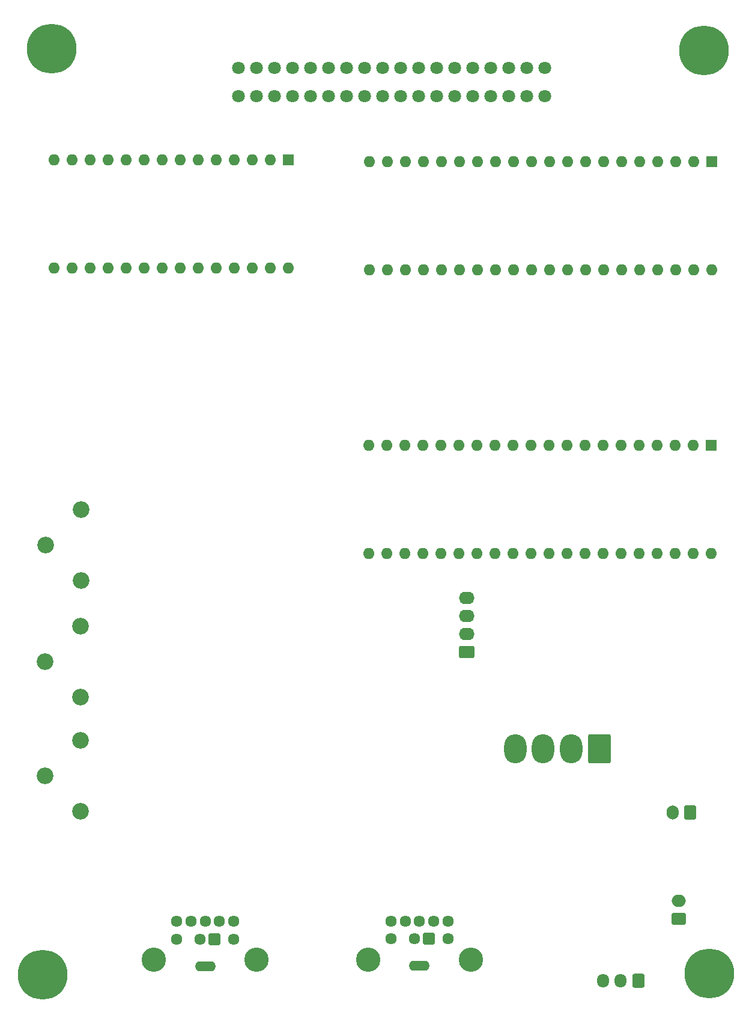
<source format=gbr>
%TF.GenerationSoftware,KiCad,Pcbnew,8.0.4*%
%TF.CreationDate,2024-09-09T17:53:27+02:00*%
%TF.ProjectId,LogicBoard 3GE,4c6f6769-6342-46f6-9172-64203347452e,rev?*%
%TF.SameCoordinates,Original*%
%TF.FileFunction,Soldermask,Bot*%
%TF.FilePolarity,Negative*%
%FSLAX46Y46*%
G04 Gerber Fmt 4.6, Leading zero omitted, Abs format (unit mm)*
G04 Created by KiCad (PCBNEW 8.0.4) date 2024-09-09 17:53:27*
%MOMM*%
%LPD*%
G01*
G04 APERTURE LIST*
G04 Aperture macros list*
%AMRoundRect*
0 Rectangle with rounded corners*
0 $1 Rounding radius*
0 $2 $3 $4 $5 $6 $7 $8 $9 X,Y pos of 4 corners*
0 Add a 4 corners polygon primitive as box body*
4,1,4,$2,$3,$4,$5,$6,$7,$8,$9,$2,$3,0*
0 Add four circle primitives for the rounded corners*
1,1,$1+$1,$2,$3*
1,1,$1+$1,$4,$5*
1,1,$1+$1,$6,$7*
1,1,$1+$1,$8,$9*
0 Add four rect primitives between the rounded corners*
20,1,$1+$1,$2,$3,$4,$5,0*
20,1,$1+$1,$4,$5,$6,$7,0*
20,1,$1+$1,$6,$7,$8,$9,0*
20,1,$1+$1,$8,$9,$2,$3,0*%
G04 Aperture macros list end*
%ADD10RoundRect,0.250000X0.750000X-0.600000X0.750000X0.600000X-0.750000X0.600000X-0.750000X-0.600000X0*%
%ADD11O,2.000000X1.700000*%
%ADD12C,7.000000*%
%ADD13R,1.600000X1.600000*%
%ADD14O,1.600000X1.600000*%
%ADD15RoundRect,0.250000X1.330000X1.800000X-1.330000X1.800000X-1.330000X-1.800000X1.330000X-1.800000X0*%
%ADD16O,3.160000X4.100000*%
%ADD17C,1.800000*%
%ADD18RoundRect,0.250000X0.600000X0.725000X-0.600000X0.725000X-0.600000X-0.725000X0.600000X-0.725000X0*%
%ADD19O,1.700000X1.950000*%
%ADD20C,2.340000*%
%ADD21RoundRect,0.102000X-0.704000X-0.704000X0.704000X-0.704000X0.704000X0.704000X-0.704000X0.704000X0*%
%ADD22C,1.612000*%
%ADD23O,2.934000X1.434000*%
%ADD24C,3.420000*%
%ADD25RoundRect,0.250000X0.600000X0.750000X-0.600000X0.750000X-0.600000X-0.750000X0.600000X-0.750000X0*%
%ADD26O,1.700000X2.000000*%
%ADD27RoundRect,0.250000X0.845000X-0.620000X0.845000X0.620000X-0.845000X0.620000X-0.845000X-0.620000X0*%
%ADD28O,2.190000X1.740000*%
G04 APERTURE END LIST*
D10*
%TO.C,J103*%
X142160000Y-155130000D03*
D11*
X142160000Y-152630000D03*
%TD*%
D12*
%TO.C,MNT2*%
X146530000Y-162880000D03*
%TD*%
D13*
%TO.C,IC207*%
X146860000Y-48500000D03*
D14*
X144320000Y-48500000D03*
X141780000Y-48500000D03*
X139240000Y-48500000D03*
X136700000Y-48500000D03*
X134160000Y-48500000D03*
X131620000Y-48500000D03*
X129080000Y-48500000D03*
X126540000Y-48500000D03*
X124000000Y-48500000D03*
X121460000Y-48500000D03*
X118920000Y-48500000D03*
X116380000Y-48500000D03*
X113840000Y-48500000D03*
X111300000Y-48500000D03*
X108760000Y-48500000D03*
X106220000Y-48500000D03*
X103680000Y-48500000D03*
X101140000Y-48500000D03*
X98600000Y-48500000D03*
X98600000Y-63740000D03*
X101140000Y-63740000D03*
X103680000Y-63740000D03*
X106220000Y-63740000D03*
X108760000Y-63740000D03*
X111300000Y-63740000D03*
X113840000Y-63740000D03*
X116380000Y-63740000D03*
X118920000Y-63740000D03*
X121460000Y-63740000D03*
X124000000Y-63740000D03*
X126540000Y-63740000D03*
X129080000Y-63740000D03*
X131620000Y-63740000D03*
X134160000Y-63740000D03*
X136700000Y-63740000D03*
X139240000Y-63740000D03*
X141780000Y-63740000D03*
X144320000Y-63740000D03*
X146860000Y-63740000D03*
%TD*%
D15*
%TO.C,J204*%
X131000000Y-131220000D03*
D16*
X127040000Y-131220000D03*
X123080000Y-131220000D03*
X119120000Y-131220000D03*
%TD*%
D12*
%TO.C,MNT4*%
X52530000Y-163030000D03*
%TD*%
D13*
%TO.C,IC206*%
X146780000Y-88430000D03*
D14*
X144240000Y-88430000D03*
X141700000Y-88430000D03*
X139160000Y-88430000D03*
X136620000Y-88430000D03*
X134080000Y-88430000D03*
X131540000Y-88430000D03*
X129000000Y-88430000D03*
X126460000Y-88430000D03*
X123920000Y-88430000D03*
X121380000Y-88430000D03*
X118840000Y-88430000D03*
X116300000Y-88430000D03*
X113760000Y-88430000D03*
X111220000Y-88430000D03*
X108680000Y-88430000D03*
X106140000Y-88430000D03*
X103600000Y-88430000D03*
X101060000Y-88430000D03*
X98520000Y-88430000D03*
X98520000Y-103670000D03*
X101060000Y-103670000D03*
X103600000Y-103670000D03*
X106140000Y-103670000D03*
X108680000Y-103670000D03*
X111220000Y-103670000D03*
X113760000Y-103670000D03*
X116300000Y-103670000D03*
X118840000Y-103670000D03*
X121380000Y-103670000D03*
X123920000Y-103670000D03*
X126460000Y-103670000D03*
X129000000Y-103670000D03*
X131540000Y-103670000D03*
X134080000Y-103670000D03*
X136620000Y-103670000D03*
X139160000Y-103670000D03*
X141700000Y-103670000D03*
X144240000Y-103670000D03*
X146780000Y-103670000D03*
%TD*%
D17*
%TO.C,J201*%
X123270000Y-35250000D03*
X123270000Y-39210000D03*
X120730000Y-35250000D03*
X120730000Y-39210000D03*
X118190000Y-35250000D03*
X118190000Y-39210000D03*
X115650000Y-35250000D03*
X115650000Y-39210000D03*
X113110000Y-35250000D03*
X113110000Y-39210000D03*
X110570000Y-35250000D03*
X110570000Y-39210000D03*
X108030000Y-35250000D03*
X108030000Y-39210000D03*
X105490000Y-35250000D03*
X105490000Y-39210000D03*
X102950000Y-35250000D03*
X102950000Y-39210000D03*
X100410000Y-35250000D03*
X100410000Y-39210000D03*
X97870000Y-35250000D03*
X97870000Y-39210000D03*
X95330000Y-35250000D03*
X95330000Y-39210000D03*
X92790000Y-35250000D03*
X92790000Y-39210000D03*
X90250000Y-35250000D03*
X90250000Y-39210000D03*
X87710000Y-35250000D03*
X87710000Y-39210000D03*
X85170000Y-35250000D03*
X85170000Y-39210000D03*
X82630000Y-35250000D03*
X82630000Y-39210000D03*
X80090000Y-35250000D03*
X80090000Y-39210000D03*
%TD*%
D18*
%TO.C,J304*%
X136500000Y-163870000D03*
D19*
X134000000Y-163870000D03*
X131500000Y-163870000D03*
%TD*%
D20*
%TO.C,R335*%
X57860000Y-139990000D03*
X52860000Y-134990000D03*
X57860000Y-129990000D03*
%TD*%
D12*
%TO.C,MNT1*%
X53750000Y-32590000D03*
%TD*%
D13*
%TO.C,IC208*%
X87110000Y-48250000D03*
D14*
X84570000Y-48250000D03*
X82030000Y-48250000D03*
X79490000Y-48250000D03*
X76950000Y-48250000D03*
X74410000Y-48250000D03*
X71870000Y-48250000D03*
X69330000Y-48250000D03*
X66790000Y-48250000D03*
X64250000Y-48250000D03*
X61710000Y-48250000D03*
X59170000Y-48250000D03*
X56630000Y-48250000D03*
X54090000Y-48250000D03*
X54090000Y-63490000D03*
X56630000Y-63490000D03*
X59170000Y-63490000D03*
X61710000Y-63490000D03*
X64250000Y-63490000D03*
X66790000Y-63490000D03*
X69330000Y-63490000D03*
X71870000Y-63490000D03*
X74410000Y-63490000D03*
X76950000Y-63490000D03*
X79490000Y-63490000D03*
X82030000Y-63490000D03*
X84570000Y-63490000D03*
X87110000Y-63490000D03*
%TD*%
D21*
%TO.C,J202*%
X76730000Y-158010000D03*
D22*
X74730000Y-158010000D03*
X79430000Y-158010000D03*
X77430000Y-155510000D03*
X75430000Y-155510000D03*
X71430000Y-158010000D03*
X79430000Y-155510000D03*
X73430000Y-155510000D03*
X71430000Y-155510000D03*
D23*
X75430000Y-161810000D03*
D24*
X68180000Y-160910000D03*
X82680000Y-160910000D03*
%TD*%
D12*
%TO.C,MNT3*%
X145730000Y-32830000D03*
%TD*%
D20*
%TO.C,R333*%
X57860000Y-123890000D03*
X52860000Y-118890000D03*
X57860000Y-113890000D03*
%TD*%
D25*
%TO.C,SW201*%
X143800000Y-140180000D03*
D26*
X141300000Y-140180000D03*
%TD*%
D27*
%TO.C,J301*%
X112250000Y-117530000D03*
D28*
X112250000Y-114990000D03*
X112250000Y-112450000D03*
X112250000Y-109910000D03*
%TD*%
D20*
%TO.C,R302*%
X57970000Y-107500000D03*
X52970000Y-102500000D03*
X57970000Y-97500000D03*
%TD*%
D21*
%TO.C,J203*%
X106930000Y-157980000D03*
D22*
X104930000Y-157980000D03*
X109630000Y-157980000D03*
X107630000Y-155480000D03*
X105630000Y-155480000D03*
X101630000Y-157980000D03*
X109630000Y-155480000D03*
X103630000Y-155480000D03*
X101630000Y-155480000D03*
D23*
X105630000Y-161780000D03*
D24*
X98380000Y-160880000D03*
X112880000Y-160880000D03*
%TD*%
M02*

</source>
